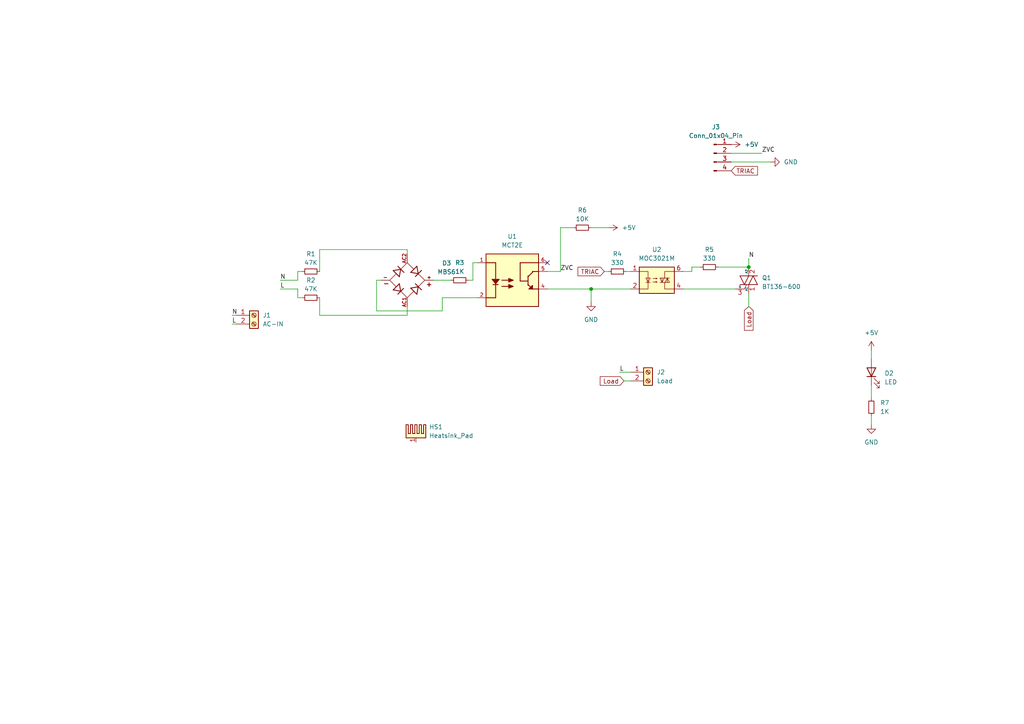
<source format=kicad_sch>
(kicad_sch (version 20230121) (generator eeschema)
  (paper "A4")
  (lib_symbols
    (symbol "Connector:Conn_01x04_Pin" (pin_names (offset 1.016) hide)
      (property "Reference" "J" (at 0 5.08 0))
      (property "Value" "Conn_01x04_Pin" (at 0 -7.62 0))
      (symbol "Conn_01x04_Pin_1_1"
        (polyline (pts (xy 1.27 -5.08) (xy 0.8636 -5.08)) (stroke (width 0.1524)))
        (polyline (pts (xy 1.27 -2.54) (xy 0.8636 -2.54)) (stroke (width 0.1524)))
        (polyline (pts (xy 1.27 0) (xy 0.8636 0)) (stroke (width 0.1524)))
        (polyline (pts (xy 1.27 2.54) (xy 0.8636 2.54)) (stroke (width 0.1524)))
        (rectangle (start 0.8636 -4.953) (end 0 -5.207) (stroke (width 0.1524)) (fill (type outline)))
        (rectangle (start 0.8636 -2.413) (end 0 -2.667) (stroke (width 0.1524)) (fill (type outline)))
        (rectangle (start 0.8636 0.127) (end 0 -0.127) (stroke (width 0.1524)) (fill (type outline)))
        (rectangle (start 0.8636 2.667) (end 0 2.413) (stroke (width 0.1524)) (fill (type outline)))
        (pin passive line (at 5.08 2.54 180) (length 3.81) (name "Pin_1") (number "1"))
        (pin passive line (at 5.08 0 180) (length 3.81) (name "Pin_2") (number "2"))
        (pin passive line (at 5.08 -2.54 180) (length 3.81) (name "Pin_3") (number "3"))
        (pin passive line (at 5.08 -5.08 180) (length 3.81) (name "Pin_4") (number "4"))
      )
    )
    (symbol "Connector:Screw_Terminal_01x02" (pin_names (offset 1.016) hide)
      (property "Reference" "J" (at 0 2.54 0))
      (property "Value" "Screw_Terminal_01x02" (at 0 -5.08 0))
      (symbol "Screw_Terminal_01x02_1_1"
        (rectangle (start -1.27 1.27) (end 1.27 -3.81) (stroke (width 0.254)) (fill (type background)))
        (circle (center 0 -2.54) (radius 0.635) (stroke (width 0.1524)))
        (polyline (pts (xy -0.5334 -2.2098) (xy 0.3302 -3.048)) (stroke (width 0.1524)))
        (polyline (pts (xy -0.5334 0.3302) (xy 0.3302 -0.508)) (stroke (width 0.1524)))
        (polyline (pts (xy -0.3556 -2.032) (xy 0.508 -2.8702)) (stroke (width 0.1524)))
        (polyline (pts (xy -0.3556 0.508) (xy 0.508 -0.3302)) (stroke (width 0.1524)))
        (circle (center 0 0) (radius 0.635) (stroke (width 0.1524)))
        (pin passive line (at -5.08 0 0) (length 3.81) (name "Pin_1") (number "1"))
        (pin passive line (at -5.08 -2.54 0) (length 3.81) (name "Pin_2") (number "2"))
      )
    )
    (symbol "Device:LED" (pin_numbers hide) (pin_names (offset 1.016) hide)
      (property "Reference" "D" (at 0 2.54 0))
      (property "Value" "LED" (at 0 -2.54 0))
      (symbol "LED_0_1"
        (polyline (pts (xy -1.27 -1.27) (xy -1.27 1.27)) (stroke (width 0.254)))
        (polyline (pts (xy -1.27 0) (xy 1.27 0)))
        (polyline (pts (xy 1.27 -1.27) (xy 1.27 1.27) (xy -1.27 0) (xy 1.27 -1.27)) (stroke (width 0.254)))
        (polyline (pts (xy -3.048 -0.762) (xy -4.572 -2.286) (xy -3.81 -2.286) (xy -4.572 -2.286) (xy -4.572 -1.524)))
        (polyline (pts (xy -1.778 -0.762) (xy -3.302 -2.286) (xy -2.54 -2.286) (xy -3.302 -2.286) (xy -3.302 -1.524)))
      )
      (symbol "LED_1_1"
        (pin passive line (at -3.81 0 0) (length 2.54) (name "K") (number "1"))
        (pin passive line (at 3.81 0 180) (length 2.54) (name "A") (number "2"))
      )
    )
    (symbol "Device:R_Small" (pin_numbers hide) (pin_names (offset 0.254) hide)
      (property "Reference" "R" (at 0.762 0.508 0))
      (property "Value" "R_Small" (at 0.762 -1.016 0))
      (symbol "R_Small_0_1"
        (rectangle (start -0.762 1.778) (end 0.762 -1.778) (stroke (width 0.2032)))
      )
      (symbol "R_Small_1_1"
        (pin passive line (at 0 2.54 270) (length 0.762) (name "~") (number "1"))
        (pin passive line (at 0 -2.54 90) (length 0.762) (name "~") (number "2"))
      )
    )
    (symbol "MBS6:MBS6" (pin_names (offset 1.016))
      (property "Reference" "D" (at 5.08 5.08 0))
      (property "Value" "MBS6" (at 5.08 -7.62 0))
      (symbol "MBS6_0_0"
        (polyline (pts (xy -6.858 1.27) (xy -5.842 1.27)) (stroke (width 0.254)))
        (polyline (pts (xy -6.35 0.762) (xy -6.35 1.778)) (stroke (width 0.254)))
        (polyline (pts (xy -5.08 0) (xy -3.175 -1.905)) (stroke (width 0.1524)))
        (polyline (pts (xy -3.175 -1.905) (xy -2.794 -4.064)) (stroke (width 0.254)))
        (polyline (pts (xy -3.175 -1.905) (xy -1.016 -2.286)) (stroke (width 0.254)))
        (polyline (pts (xy -3.175 1.905) (xy -5.08 0)) (stroke (width 0.1524)))
        (polyline (pts (xy -3.175 1.905) (xy -2.794 4.064)) (stroke (width 0.254)))
        (polyline (pts (xy -3.175 1.905) (xy -1.016 2.286)) (stroke (width 0.254)))
        (polyline (pts (xy -2.3622 -1.0668) (xy -4.1402 -2.8448)) (stroke (width 0.254)))
        (polyline (pts (xy -2.3622 1.016) (xy -4.1402 2.794)) (stroke (width 0.254)))
        (polyline (pts (xy -1.016 -2.286) (xy -2.794 -4.064)) (stroke (width 0.254)))
        (polyline (pts (xy -1.016 2.286) (xy -2.794 4.064)) (stroke (width 0.254)))
        (polyline (pts (xy 0 -5.08) (xy -1.8034 -3.2766)) (stroke (width 0.1524)))
        (polyline (pts (xy 0 -5.08) (xy 1.905 -3.175)) (stroke (width 0.1524)))
        (polyline (pts (xy 0 5.08) (xy -1.8034 3.2766)) (stroke (width 0.1524)))
        (polyline (pts (xy 1.905 -3.175) (xy 2.286 -1.016)) (stroke (width 0.254)))
        (polyline (pts (xy 1.905 -3.175) (xy 4.064 -2.794)) (stroke (width 0.254)))
        (polyline (pts (xy 1.905 3.175) (xy 0 5.08)) (stroke (width 0.1524)))
        (polyline (pts (xy 1.905 3.175) (xy 2.286 1.016)) (stroke (width 0.254)))
        (polyline (pts (xy 1.905 3.175) (xy 4.064 2.794)) (stroke (width 0.254)))
        (polyline (pts (xy 2.7178 -4.0386) (xy 0.9398 -2.2606)) (stroke (width 0.254)))
        (polyline (pts (xy 2.7178 4.0386) (xy 1.0668 2.3876)) (stroke (width 0.254)))
        (polyline (pts (xy 3.2766 -1.8034) (xy 5.08 0)) (stroke (width 0.1524)))
        (polyline (pts (xy 4.064 -2.794) (xy 2.286 -1.016)) (stroke (width 0.254)))
        (polyline (pts (xy 4.064 2.794) (xy 2.286 1.016)) (stroke (width 0.254)))
        (polyline (pts (xy 5.08 0) (xy 3.2766 1.8034)) (stroke (width 0.1524)))
        (polyline (pts (xy 5.588 1.016) (xy 6.604 1.016)) (stroke (width 0.254)))
        (pin passive line (at -7.62 0 0) (length 2.54) (name "~") (number "+"))
        (pin passive line (at 7.62 0 180) (length 2.54) (name "~") (number "-"))
        (pin passive line (at 0 7.62 270) (length 2.54) (name "~") (number "AC1"))
        (pin passive line (at 0 -7.62 90) (length 2.54) (name "~") (number "AC2"))
      )
    )
    (symbol "MCT2E:MCT2E" (pin_names (offset 1.016))
      (property "Reference" "U" (at -7.62 7.62 0))
      (property "Value" "MCT2E" (at -7.62 -10.16 0))
      (symbol "MCT2E_0_0"
        (rectangle (start -7.62 -7.62) (end 7.62 7.62) (stroke (width 0.254)) (fill (type background)))
        (polyline (pts (xy -7.62 5.08) (xy -4.826 5.08)) (stroke (width 0.254)))
        (polyline (pts (xy -5.842 0.254) (xy -4.826 -1.016)) (stroke (width 0.254)))
        (polyline (pts (xy -5.588 -1.27) (xy -4.064 -1.27)) (stroke (width 0.254)))
        (polyline (pts (xy -5.588 0.254) (xy -5.842 0.254)) (stroke (width 0.254)))
        (polyline (pts (xy -5.588 0.254) (xy -4.826 -0.762)) (stroke (width 0.254)))
        (polyline (pts (xy -5.334 0) (xy -4.826 -0.254)) (stroke (width 0.254)))
        (polyline (pts (xy -4.826 -5.08) (xy -7.62 -5.08)) (stroke (width 0.254)))
        (polyline (pts (xy -4.826 -1.27) (xy -4.826 -5.08)) (stroke (width 0.254)))
        (polyline (pts (xy -4.826 -1.016) (xy -3.81 0.254)) (stroke (width 0.254)))
        (polyline (pts (xy -4.826 -0.762) (xy -4.826 -0.254)) (stroke (width 0.254)))
        (polyline (pts (xy -4.826 -0.762) (xy -4.572 -0.254)) (stroke (width 0.254)))
        (polyline (pts (xy -4.826 -0.254) (xy -5.08 -0.254)) (stroke (width 0.254)))
        (polyline (pts (xy -4.826 -0.254) (xy -4.826 0)) (stroke (width 0.254)))
        (polyline (pts (xy -4.826 -0.254) (xy -4.572 -0.254)) (stroke (width 0.254)))
        (polyline (pts (xy -4.826 0) (xy -5.334 0)) (stroke (width 0.254)))
        (polyline (pts (xy -4.826 0) (xy -4.318 0)) (stroke (width 0.254)))
        (polyline (pts (xy -4.826 0.254) (xy -5.588 0.254)) (stroke (width 0.254)))
        (polyline (pts (xy -4.826 0.254) (xy -4.318 0.254)) (stroke (width 0.254)))
        (polyline (pts (xy -4.826 5.08) (xy -4.826 0.254)) (stroke (width 0.254)))
        (polyline (pts (xy -4.572 -0.254) (xy -4.318 0.254)) (stroke (width 0.254)))
        (polyline (pts (xy -4.318 0.254) (xy -4.064 0.254)) (stroke (width 0.254)))
        (polyline (pts (xy -4.064 0.254) (xy -4.826 -0.762)) (stroke (width 0.254)))
        (polyline (pts (xy -4.064 0.254) (xy -3.81 0.254)) (stroke (width 0.254)))
        (polyline (pts (xy -3.048 -1.778) (xy -0.762 -1.778)) (stroke (width 0.254)))
        (polyline (pts (xy -3.048 0) (xy -0.762 0)) (stroke (width 0.254)))
        (polyline (pts (xy -1.016 -1.524) (xy -1.016 -2.286)) (stroke (width 0.254)))
        (polyline (pts (xy -1.016 -1.524) (xy -0.254 -1.778)) (stroke (width 0.254)))
        (polyline (pts (xy -1.016 -1.27) (xy -1.016 -1.524)) (stroke (width 0.254)))
        (polyline (pts (xy -1.016 -1.27) (xy 0.254 -1.778)) (stroke (width 0.254)))
        (polyline (pts (xy -1.016 0.254) (xy -1.016 -0.508)) (stroke (width 0.254)))
        (polyline (pts (xy -1.016 0.254) (xy -0.254 0)) (stroke (width 0.254)))
        (polyline (pts (xy -1.016 0.508) (xy -1.016 0.254)) (stroke (width 0.254)))
        (polyline (pts (xy -1.016 0.508) (xy 0.254 0)) (stroke (width 0.254)))
        (polyline (pts (xy -0.762 -2.032) (xy -0.762 -1.778)) (stroke (width 0.254)))
        (polyline (pts (xy -0.762 -1.778) (xy -0.254 -1.778)) (stroke (width 0.254)))
        (polyline (pts (xy -0.762 -0.254) (xy -0.762 0)) (stroke (width 0.254)))
        (polyline (pts (xy -0.762 0) (xy -0.254 0)) (stroke (width 0.254)))
        (polyline (pts (xy -0.254 -1.778) (xy -0.762 -2.032)) (stroke (width 0.254)))
        (polyline (pts (xy -0.254 -1.778) (xy 0 -1.778)) (stroke (width 0.254)))
        (polyline (pts (xy -0.254 0) (xy -0.762 -0.254)) (stroke (width 0.254)))
        (polyline (pts (xy -0.254 0) (xy 0 0)) (stroke (width 0.254)))
        (polyline (pts (xy 0.254 -1.778) (xy -1.016 -2.286)) (stroke (width 0.254)))
        (polyline (pts (xy 0.254 0) (xy -1.016 -0.508)) (stroke (width 0.254)))
        (polyline (pts (xy 2.286 -0.254) (xy 2.286 5.08)) (stroke (width 0.254)))
        (polyline (pts (xy 2.286 5.08) (xy 7.62 5.08)) (stroke (width 0.254)))
        (polyline (pts (xy 4.572 -1.27) (xy 4.572 -1.524)) (stroke (width 0.254)))
        (polyline (pts (xy 4.572 -1.27) (xy 5.842 -2.54)) (stroke (width 0.254)))
        (polyline (pts (xy 4.572 -0.254) (xy 2.286 -0.254)) (stroke (width 0.254)))
        (polyline (pts (xy 4.572 -0.254) (xy 4.572 -1.27)) (stroke (width 0.254)))
        (polyline (pts (xy 4.572 1.016) (xy 4.572 -0.254)) (stroke (width 0.254)))
        (polyline (pts (xy 4.572 1.016) (xy 4.572 1.27)) (stroke (width 0.254)))
        (polyline (pts (xy 4.826 -2.54) (xy 5.588 -2.54)) (stroke (width 0.254)))
        (polyline (pts (xy 5.08 -2.286) (xy 4.826 -2.54)) (stroke (width 0.254)))
        (polyline (pts (xy 5.08 -2.286) (xy 5.334 -2.286)) (stroke (width 0.254)))
        (polyline (pts (xy 5.334 -2.286) (xy 5.588 -2.54)) (stroke (width 0.254)))
        (polyline (pts (xy 5.588 -2.54) (xy 5.588 -2.032)) (stroke (width 0.254)))
        (polyline (pts (xy 5.588 -2.54) (xy 5.842 -2.54)) (stroke (width 0.254)))
        (polyline (pts (xy 5.588 -2.032) (xy 5.334 -2.286)) (stroke (width 0.254)))
        (polyline (pts (xy 5.588 -2.032) (xy 5.842 -1.778)) (stroke (width 0.254)))
        (polyline (pts (xy 5.842 -2.54) (xy 5.842 -2.286)) (stroke (width 0.254)))
        (polyline (pts (xy 5.842 -2.54) (xy 7.62 -2.54)) (stroke (width 0.254)))
        (polyline (pts (xy 5.842 -2.286) (xy 5.588 -2.032)) (stroke (width 0.254)))
        (polyline (pts (xy 5.842 -2.286) (xy 5.842 -1.778)) (stroke (width 0.254)))
        (polyline (pts (xy 5.842 -1.778) (xy 5.842 -1.524)) (stroke (width 0.254)))
        (polyline (pts (xy 5.842 -1.524) (xy 5.08 -2.286)) (stroke (width 0.254)))
        (polyline (pts (xy 5.842 2.286) (xy 4.572 1.016)) (stroke (width 0.254)))
        (polyline (pts (xy 5.842 2.54) (xy 5.842 2.286)) (stroke (width 0.254)))
        (polyline (pts (xy 7.62 2.54) (xy 5.842 2.54)) (stroke (width 0.254)))
        (pin passive line (at -10.16 5.08 0) (length 2.54) (name "~") (number "1"))
        (pin passive line (at -10.16 -5.08 0) (length 2.54) (name "~") (number "2"))
        (pin passive line (at 10.16 -2.54 180) (length 2.54) (name "~") (number "4"))
        (pin passive line (at 10.16 2.54 180) (length 2.54) (name "~") (number "5"))
        (pin passive line (at 10.16 5.08 180) (length 2.54) (name "~") (number "6"))
      )
    )
    (symbol "Mechanical:Heatsink_Pad" (pin_names (offset 0))
      (property "Reference" "HS" (at 0 5.715 0))
      (property "Value" "Heatsink_Pad" (at 0 3.81 0))
      (symbol "Heatsink_Pad_0_1"
        (polyline (pts (xy -0.3302 0) (xy -0.9652 0) (xy -0.9652 2.54) (xy -1.6002 2.54) (xy -1.6002 0) (xy -2.2352 0) (xy -2.2352 2.54) (xy -2.8702 2.54) (xy -2.8702 -1.27) (xy -0.9652 -1.27)) (stroke (width 0.254)) (fill (type background)))
        (polyline (pts (xy -0.3302 0) (xy -0.3302 2.54) (xy 0.3048 2.54) (xy 0.3048 0) (xy 0.9398 0) (xy 0.9398 2.54) (xy 1.5748 2.54) (xy 1.5748 0) (xy 2.2098 0) (xy 2.2098 2.54) (xy 2.8448 2.54) (xy 2.8448 -1.27) (xy -0.9652 -1.27)) (stroke (width 0.254)) (fill (type background)))
      )
      (symbol "Heatsink_Pad_1_1"
        (pin passive line (at 0 -2.54 90) (length 1.27) (name "~") (number "1"))
      )
    )
    (symbol "Relay_SolidState:MOC3021M"
      (property "Reference" "U" (at -5.334 4.826 0))
      (property "Value" "MOC3021M" (at 0 5.08 0))
      (symbol "MOC3021M_0_1"
        (rectangle (start -5.08 3.81) (end 5.08 -3.81) (stroke (width 0.254)) (fill (type background)))
        (polyline (pts (xy -3.175 -0.635) (xy -1.905 -0.635)))
        (polyline (pts (xy 1.524 -0.635) (xy 1.524 0.635)))
        (polyline (pts (xy 3.048 0.635) (xy 3.048 -0.635)))
        (polyline (pts (xy 2.286 -0.635) (xy 2.286 -2.54) (xy 5.08 -2.54)))
        (polyline (pts (xy 2.286 0.635) (xy 2.286 2.54) (xy 5.08 2.54)))
        (polyline (pts (xy -5.08 2.54) (xy -2.54 2.54) (xy -2.54 -2.54) (xy -5.08 -2.54)))
        (polyline (pts (xy -2.54 -0.635) (xy -3.175 0.635) (xy -1.905 0.635) (xy -2.54 -0.635)))
        (polyline (pts (xy 0.889 -0.635) (xy 3.683 -0.635) (xy 3.048 0.635) (xy 2.413 -0.635)))
        (polyline (pts (xy 3.683 0.635) (xy 0.889 0.635) (xy 1.524 -0.635) (xy 2.159 0.635)))
        (polyline (pts (xy -1.143 -0.508) (xy 0.127 -0.508) (xy -0.254 -0.635) (xy -0.254 -0.381) (xy 0.127 -0.508)))
        (polyline (pts (xy -1.143 0.508) (xy 0.127 0.508) (xy -0.254 0.381) (xy -0.254 0.635) (xy 0.127 0.508)))
      )
      (symbol "MOC3021M_1_1"
        (pin passive line (at -7.62 2.54 0) (length 2.54) (name "~") (number "1"))
        (pin passive line (at -7.62 -2.54 0) (length 2.54) (name "~") (number "2"))
        (pin no_connect line (at -5.08 0 0) (length 2.54) hide (name "NC") (number "3"))
        (pin passive line (at 7.62 -2.54 180) (length 2.54) (name "~") (number "4"))
        (pin no_connect line (at 5.08 0 180) (length 2.54) hide (name "NC") (number "5"))
        (pin passive line (at 7.62 2.54 180) (length 2.54) (name "~") (number "6"))
      )
    )
    (symbol "Triac_Thyristor:BT136-600" (pin_names (offset 0))
      (property "Reference" "Q" (at 5.08 1.905 0))
      (property "Value" "BT136-600" (at 5.08 0 0))
      (symbol "BT136-600_0_1"
        (polyline (pts (xy -2.54 -1.27) (xy 2.54 -1.27)) (stroke (width 0.2032)))
        (polyline (pts (xy -2.54 1.27) (xy 2.54 1.27)) (stroke (width 0.2032)))
        (polyline (pts (xy -1.27 -2.54) (xy -0.635 -1.27)))
        (polyline (pts (xy -2.54 1.27) (xy -1.27 -1.27) (xy 0 1.27)) (stroke (width 0.2032)))
        (polyline (pts (xy 0 -1.27) (xy 1.27 1.27) (xy 2.54 -1.27)) (stroke (width 0.2032)))
      )
      (symbol "BT136-600_1_1"
        (pin passive line (at 0 -3.81 90) (length 2.54) (name "A1") (number "1"))
        (pin passive line (at 0 3.81 270) (length 2.54) (name "A2") (number "2"))
        (pin input line (at -3.81 -2.54 0) (length 2.54) (name "G") (number "3"))
      )
    )
    (symbol "power:+5V" (power) (pin_names (offset 0))
      (property "Value" "+5V" (at 0 3.556 0))
      (symbol "+5V_0_1"
        (polyline (pts (xy -0.762 1.27) (xy 0 2.54)))
        (polyline (pts (xy 0 0) (xy 0 2.54)))
        (polyline (pts (xy 0 2.54) (xy 0.762 1.27)))
      )
      (symbol "+5V_1_1"
        (pin power_in line (at 0 0 90) (length 0) hide (name "+5V") (number "1"))
      )
    )
    (symbol "power:GND" (power) (pin_names (offset 0))
      (property "Value" "GND" (at 0 -3.81 0))
      (symbol "GND_0_1"
        (polyline (pts (xy 0 0) (xy 0 -1.27) (xy 1.27 -1.27) (xy 0 -2.54) (xy -1.27 -1.27) (xy 0 -1.27)))
      )
      (symbol "GND_1_1"
        (pin power_in line (at 0 0 270) (length 0) hide (name "GND") (number "1"))
      )
    )
  )
  (junction (at 171.45 83.82))
  (junction (at 217.17 77.47))
  (no_connect (at 158.75 76.2))
  (wire (pts (xy 137.16 76.2) (xy 138.43 76.2)))
  (wire (pts (xy 171.45 83.82) (xy 182.88 83.82)))
  (wire (pts (xy 200.66 78.74) (xy 198.12 78.74)))
  (wire (pts (xy 176.53 66.04) (xy 171.45 66.04)))
  (wire (pts (xy 81.28 83.82) (xy 86.36 83.82)))
  (wire (pts (xy 128.27 90.17) (xy 109.22 90.17)))
  (wire (pts (xy 125.73 81.28) (xy 130.81 81.28)))
  (wire (pts (xy 138.43 86.36) (xy 128.27 86.36)))
  (wire (pts (xy 118.11 91.44) (xy 92.71 91.44)))
  (wire (pts (xy 86.36 78.74) (xy 87.63 78.74)))
  (wire (pts (xy 86.36 81.28) (xy 86.36 78.74)))
  (wire (pts (xy 203.2 77.47) (xy 200.66 77.47)))
  (wire (pts (xy 217.17 88.9) (xy 217.17 85.09)))
  (wire (pts (xy 171.45 87.63) (xy 171.45 83.82)))
  (wire (pts (xy 220.98 44.45) (xy 212.09 44.45)))
  (wire (pts (xy 179.705 107.95) (xy 182.88 107.95)))
  (wire (pts (xy 92.71 72.39) (xy 92.71 78.74)))
  (wire (pts (xy 200.66 77.47) (xy 200.66 78.74)))
  (wire (pts (xy 208.28 77.47) (xy 217.17 77.47)))
  (wire (pts (xy 252.73 101.6) (xy 252.73 104.14)))
  (wire (pts (xy 158.75 83.82) (xy 171.45 83.82)))
  (wire (pts (xy 158.75 78.74) (xy 162.56 78.74)))
  (wire (pts (xy 217.17 74.93) (xy 217.17 77.47)))
  (wire (pts (xy 92.71 86.36) (xy 92.71 91.44)))
  (wire (pts (xy 81.28 81.28) (xy 86.36 81.28)))
  (wire (pts (xy 86.36 83.82) (xy 86.36 86.36)))
  (wire (pts (xy 162.56 66.04) (xy 166.37 66.04)))
  (wire (pts (xy 252.73 111.76) (xy 252.73 115.57)))
  (wire (pts (xy 223.52 46.99) (xy 212.09 46.99)))
  (wire (pts (xy 118.11 88.9) (xy 118.11 91.44)))
  (wire (pts (xy 162.56 78.74) (xy 162.56 66.04)))
  (wire (pts (xy 176.53 78.74) (xy 175.26 78.74)))
  (wire (pts (xy 109.22 81.28) (xy 110.49 81.28)))
  (wire (pts (xy 181.61 78.74) (xy 182.88 78.74)))
  (wire (pts (xy 135.89 81.28) (xy 137.16 81.28)))
  (wire (pts (xy 213.36 83.82) (xy 198.12 83.82)))
  (wire (pts (xy 128.27 86.36) (xy 128.27 90.17)))
  (wire (pts (xy 118.11 72.39) (xy 118.11 73.66)))
  (wire (pts (xy 252.73 123.19) (xy 252.73 120.65)))
  (wire (pts (xy 86.36 86.36) (xy 87.63 86.36)))
  (wire (pts (xy 180.975 110.49) (xy 182.88 110.49)))
  (wire (pts (xy 118.11 72.39) (xy 92.71 72.39)))
  (wire (pts (xy 67.31 91.44) (xy 68.58 91.44)))
  (wire (pts (xy 67.31 93.98) (xy 68.58 93.98)))
  (wire (pts (xy 137.16 81.28) (xy 137.16 76.2)))
  (wire (pts (xy 109.22 90.17) (xy 109.22 81.28)))
  (label "N" (at 217.17 74.93 0))
  (label "ZVC" (at 162.56 78.74 0))
  (label "ZVC" (at 220.98 44.45 0))
  (label "N" (at 81.28 81.28 0))
  (label "L" (at 67.31 93.98 0))
  (label "L" (at 81.28 83.82 0))
  (label "L" (at 179.705 107.95 0))
  (label "N" (at 67.31 91.44 0))
  (global_label "Load" (shape input) (at 217.17 88.9 270) (property "Intersheetrefs" "${INTERSHEET_REFS}" (effects hide)))
  (global_label "Load" (shape input) (at 180.975 110.49 180) (property "Intersheetrefs" "${INTERSHEET_REFS}" (effects hide)))
  (global_label "TRIAC" (shape input) (at 175.26 78.74 180) (property "Intersheetrefs" "${INTERSHEET_REFS}" (effects hide)))
  (global_label "TRIAC" (shape input) (at 212.09 49.53 0) (property "Intersheetrefs" "${INTERSHEET_REFS}" (effects hide)))
  (symbol (lib_id "power:+5V") (at 176.53 66.04 270) (unit 1)
    (property "Reference" "#PWR01" (effects hide))
    (property "Value" "+5V" (at 180.34 66.04 90) (effects (justify left)))
  )
  (symbol (lib_id "Triac_Thyristor:BT136-600") (at 217.17 81.28 0) (unit 1)
    (property "Reference" "Q1" (at 220.98 80.5942 0) (effects (justify left)))
    (property "Value" "BT136-600" (at 220.98 83.1342 0) (effects (justify left)))
    (property "Footprint" "Package_TO_SOT_THT:TO-220-3_Vertical" (effects hide))
    (property "Datasheet" "http://www.micropik.com/PDF/BT136-600.pdf" (effects hide))
  )
  (symbol (lib_id "power:GND") (at 171.45 87.63 0) (unit 1)
    (property "Reference" "#PWR02" (effects hide))
    (property "Value" "GND" (at 171.45 92.71 0))
  )
  (symbol (lib_id "Connector:Screw_Terminal_01x02") (at 73.66 91.44 0) (unit 1)
    (property "Reference" "J1" (at 76.2 91.44 0) (effects (justify left)))
    (property "Value" "AC-IN" (at 76.2 93.98 0) (effects (justify left)))
    (property "Footprint" "TerminalBlock_Altech:Altech_AK300_1x02_P5.00mm_45-Degree" (effects hide))
  )
  (symbol (lib_id "Device:R_Small") (at 179.07 78.74 270) (unit 1)
    (property "Reference" "R4" (at 179.07 73.66 90))
    (property "Value" "330" (at 179.07 76.2 90))
    (property "Footprint" "Resistor_THT:R_Axial_DIN0204_L3.6mm_D1.6mm_P2.54mm_Vertical" (effects hide))
  )
  (symbol (lib_id "Connector:Screw_Terminal_01x02") (at 187.96 107.95 0) (unit 1)
    (property "Reference" "J2" (at 190.5 107.95 0) (effects (justify left)))
    (property "Value" "Load " (at 190.5 110.49 0) (effects (justify left)))
    (property "Footprint" "TerminalBlock_Altech:Altech_AK300_1x02_P5.00mm_45-Degree" (effects hide))
  )
  (symbol (lib_id "Device:R_Small") (at 168.91 66.04 270) (unit 1)
    (property "Reference" "R6" (at 168.91 60.96 90))
    (property "Value" "10K" (at 168.91 63.5 90))
    (property "Footprint" "Resistor_THT:R_Axial_DIN0204_L3.6mm_D1.6mm_P2.54mm_Vertical" (effects hide))
  )
  (symbol (lib_id "power:+5V") (at 252.73 101.6 0) (unit 1)
    (property "Reference" "#PWR05" (effects hide))
    (property "Value" "+5V" (at 252.73 96.52 0))
  )
  (symbol (lib_id "Device:R_Small") (at 252.73 118.11 0) (unit 1)
    (property "Reference" "R7" (at 255.27 116.84 0) (effects (justify left)))
    (property "Value" "1K" (at 255.27 119.38 0) (effects (justify left)))
    (property "Footprint" "Resistor_THT:R_Axial_DIN0204_L3.6mm_D1.6mm_P2.54mm_Vertical" (effects hide))
  )
  (symbol (lib_id "Relay_SolidState:MOC3021M") (at 190.5 81.28 0) (unit 1)
    (property "Reference" "U2" (at 190.5 72.39 0))
    (property "Value" "MOC3021M" (at 190.5 74.93 0))
    (property "Footprint" "Package_DIP:DIP-6_W7.62mm" (effects hide))
    (property "Datasheet" "https://www.onsemi.com/pub/Collateral/MOC3023M-D.PDF" (effects hide))
  )
  (symbol (lib_id "Device:R_Small") (at 90.17 86.36 270) (unit 1)
    (property "Reference" "R2" (at 90.17 81.28 90))
    (property "Value" "47K" (at 90.17 83.82 90))
    (property "Footprint" "Resistor_THT:R_Axial_DIN0204_L3.6mm_D1.6mm_P2.54mm_Vertical" (effects hide))
  )
  (symbol (lib_id "Device:R_Small") (at 90.17 78.74 270) (unit 1)
    (property "Reference" "R1" (at 90.17 73.66 90))
    (property "Value" "47K" (at 90.17 76.2 90))
    (property "Footprint" "Resistor_THT:R_Axial_DIN0204_L3.6mm_D1.6mm_P2.54mm_Vertical" (effects hide))
  )
  (symbol (lib_id "power:+5V") (at 212.09 41.91 270) (unit 1)
    (property "Reference" "#PWR03" (effects hide))
    (property "Value" "+5V" (at 215.9 41.91 90) (effects (justify left)))
  )
  (symbol (lib_id "power:GND") (at 252.73 123.19 0) (unit 1)
    (property "Reference" "#PWR06" (effects hide))
    (property "Value" "GND" (at 252.73 128.27 0))
  )
  (symbol (lib_id "Device:R_Small") (at 205.74 77.47 270) (unit 1)
    (property "Reference" "R5" (at 205.74 72.39 90))
    (property "Value" "330" (at 205.74 74.93 90))
    (property "Footprint" "Resistor_THT:R_Axial_DIN0204_L3.6mm_D1.6mm_P2.54mm_Vertical" (effects hide))
  )
  (symbol (lib_id "power:GND") (at 223.52 46.99 90) (unit 1)
    (property "Reference" "#PWR04" (effects hide))
    (property "Value" "GND" (at 227.33 46.99 90) (effects (justify right)))
  )
  (symbol (lib_id "Device:LED") (at 252.73 107.95 90) (unit 1)
    (property "Reference" "D2" (at 256.54 108.2675 90) (effects (justify right)))
    (property "Value" "LED" (at 256.54 110.8075 90) (effects (justify right)))
    (property "Footprint" "LED_THT:LED_D3.0mm" (effects hide))
  )
  (symbol (lib_id "MCT2E:MCT2E") (at 148.59 81.28 0) (unit 1)
    (property "Reference" "U1" (at 148.59 68.58 0))
    (property "Value" "MCT2E" (at 148.59 71.12 0))
    (property "Footprint" "MCT2E:DIP762W50P254L742H480Q6" (effects hide))
    (property "B_NOM" "0.5" (effects hide))
    (property "D_MAX" "7.42" (effects hide))
    (property "E1_NOM" "6.5" (effects hide))
    (property "E1_MIN" "6.2" (effects hide))
    (property "B_MAX" "0.6" (effects hide))
    (property "Description" "\nOptoisolator Transistor with Base Output 5300Vrms 1 Channel 6-DIP\n" (effects hide))
    (property "Price" "None" (effects hide))
    (property "ENOM" "2.54" (effects hide))
    (property "D_NOM" "7.12" (effects hide))
    (property "Purchase-URL" "https://www.snapeda.com/api/url_track_click_mouser/?unipart_id=2734202&manufacturer=ON Semiconductor&part_name=MCT2E&search_term=None" (effects hide))
    (property "A_MAX" "4.8" (effects hide))
    (property "Package" "DIP-6 Boca Semiconductor" (effects hide))
    (property "A_NOM" "4.8" (effects hide))
    (property "Check_prices" "https://www.snapeda.com/parts/MCT2E/Onsemi/view-part/?ref=eda" (effects hide))
    (property "A_MIN" "4.8" (effects hide))
    (property "STANDARD" "IPC 7351B" (effects hide))
    (property "PARTREV" "7" (effects hide))
    (property "SnapEDA_Link" "https://www.snapeda.com/parts/MCT2E/Onsemi/view-part/?ref=snap" (effects hide))
    (property "E_NOM" "7.62" (effects hide))
    (property "B_MIN" "0.4" (effects hide))
    (property "PIN_COUNT" "6.0" (effects hide))
    (property "MANUFACTURER" "Everlight" (effects hide))
    (property "MF" "ON Semiconductor" (effects hide))
    (property "MAXIMUM_PACKAGE_HEIGHT" "4.80mm" (effects hide))
    (property "E1_MAX" "6.8" (effects hide))
    (property "D_MIN" "6.82" (effects hide))
    (property "MP" "MCT2E" (effects hide))
    (property "Availability" "In Stock" (effects hide))
  )
  (symbol (lib_id "Mechanical:Heatsink_Pad") (at 120.65 125.73 0) (unit 1)
    (property "Reference" "HS1" (at 124.46 123.825 0) (effects (justify left)))
    (property "Value" "Heatsink_Pad" (at 124.46 126.365 0) (effects (justify left)))
    (property "Footprint" "SK_95_25_STS_TO_220:HSINK_SK_95_25_STS_TO_220" (effects hide))
  )
  (symbol (lib_id "MBS6:MBS6") (at 118.11 81.28 180) (unit 1)
    (property "Reference" "D3" (at 129.54 76.3269 0))
    (property "Value" "MBS6" (at 129.54 78.8669 0))
    (property "Footprint" "MBS6:DIOB_MBS6" (effects hide))
    (property "MF" "Taiwan Semiconductor" (effects hide))
    (property "MAXIMUM_PACKAGE_HEIGHT" "2.9mm" (effects hide))
    (property "Package" "TO-269AA-4 Taiwan Semiconductor" (effects hide))
    (property "Price" "None" (effects hide))
    (property "Check_prices" "https://www.snapeda.com/parts/MBS6/Taiwan+Semiconductor/view-part/?ref=eda" (effects hide))
    (property "STANDARD" "Manufacturer Recommendations" (effects hide))
    (property "PARTREV" "Q2309" (effects hide))
    (property "SnapEDA_Link" "https://www.snapeda.com/parts/MBS6/Taiwan+Semiconductor/view-part/?ref=snap" (effects hide))
    (property "MP" "MBS6" (effects hide))
    (property "Purchase-URL" "https://www.snapeda.com/api/url_track_click_mouser/?unipart_id=486189&manufacturer=Taiwan Semiconductor&part_name=MBS6&search_term=bridge rectifier" (effects hide))
    (property "Description" "\n0.8A, 600V, Standard Bridge Rectifier\n" (effects hide))
    (property "SNAPEDA_PN" "X" (effects hide))
    (property "Availability" "In Stock" (effects hide))
    (property "MANUFACTURER" "Taiwan Semiconductor" (effects hide))
  )
  (symbol (lib_id "Device:R_Small") (at 133.35 81.28 270) (unit 1)
    (property "Reference" "R3" (at 133.35 76.2 90))
    (property "Value" "1K" (at 133.35 78.74 90))
    (property "Footprint" "Resistor_THT:R_Axial_DIN0204_L3.6mm_D1.6mm_P2.54mm_Vertical" (effects hide))
  )
  (symbol (lib_id "Connector:Conn_01x04_Pin") (at 207.01 44.45 0) (unit 1)
    (property "Reference" "J3" (at 207.645 36.83 0))
    (property "Value" "Conn_01x04_Pin" (at 207.645 39.37 0))
    (property "Footprint" "Connector_PinHeader_2.54mm:PinHeader_1x04_P2.54mm_Vertical" (effects hide))
  )
)
</source>
